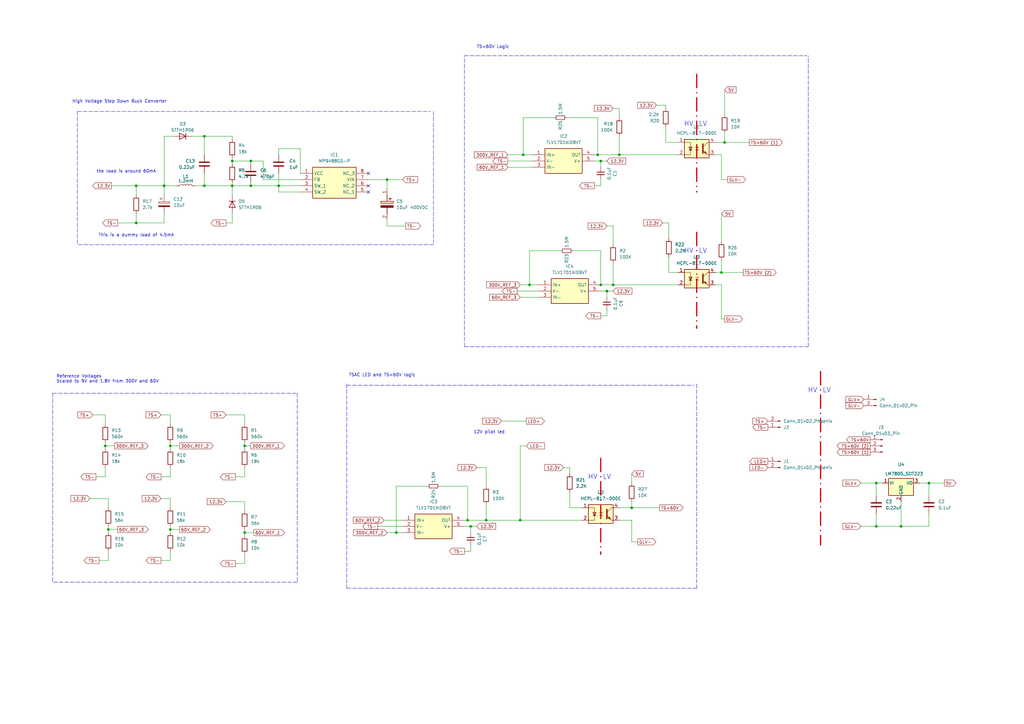
<source format=kicad_sch>
(kicad_sch (version 20250114) (generator "eeschema") (generator_version "9.0")
  (paper "A3")
  (title_block (comment 1 "Author: Keelan Reilly"))
  (text "LV" (at 250.698 196.85 0) (effects (font (size 2 2)) (justify right bottom)))
  (text "LV" (at 290.068 52.07 0) (effects (font (size 2 2)) (justify right bottom)))
  (text "TSAC LED and TS<60V logic" (at 156.718 153.924 0) (effects (font (size 1.27 1.27))))
  (text "Reference Voltages\nScaled to 9V and 1.8V from 300V and 60V" (at 23.114 155.448 0) (effects (font (size 1.27 1.27)) (justify left)))
  (text "HV\n" (at 245.11 196.85 0) (effects (font (size 2 2)) (justify right bottom)))
  (text "HV\n" (at 284.48 104.14 0) (effects (font (size 2 2)) (justify right bottom)))
  (text "12V pilot led" (at 200.66 177.292 0) (effects (font (size 1.27 1.27))))
  (text "HV\n" (at 284.48 52.07 0) (effects (font (size 2 2)) (justify right bottom)))
  (text "the load is around 60mA" (at 51.816 70.358 0) (effects (font (size 1.27 1.27))))
  (text "LV" (at 290.068 104.14 0) (effects (font (size 2 2)) (justify right bottom)))
  (text "HV\n" (at 335.28 161.29 0) (effects (font (size 2 2)) (justify right bottom)))
  (text "High Voltage Step Down Buck Converter" (at 49.022 41.656 0) (effects (font (size 1.27 1.27))))
  (text "LV" (at 340.868 161.29 0) (effects (font (size 2 2)) (justify right bottom)))
  (text "This is a dummy load of 4.5mA" (at 55.88 96.52 0) (effects (font (size 1.27 1.27))))
  (text "TS>60V Logic" (at 202.184 19.304 0) (effects (font (size 1.27 1.27))))
  (junction (at 95.25 76.2))
  (junction (at 259.08 208.28))
  (junction (at 213.36 213.36))
  (junction (at 102.87 66.04))
  (junction (at 55.88 76.2))
  (junction (at 69.85 217.17))
  (junction (at 246.38 66.04))
  (junction (at 217.17 116.84))
  (junction (at 67.31 76.2))
  (junction (at 191.77 213.36))
  (junction (at 359.41 215.9))
  (junction (at 44.45 217.17))
  (junction (at 369.57 215.9))
  (junction (at 100.33 182.88))
  (junction (at 158.75 73.66))
  (junction (at 162.56 218.44))
  (junction (at 114.3 76.2))
  (junction (at 102.87 76.2))
  (junction (at 254 63.5))
  (junction (at 193.04 215.9))
  (junction (at 83.82 55.88))
  (junction (at 246.38 116.84))
  (junction (at 214.63 63.5))
  (junction (at 295.91 111.76))
  (junction (at 100.33 218.44))
  (junction (at 251.46 116.84))
  (junction (at 83.82 76.2))
  (junction (at 248.92 119.38))
  (junction (at 381 198.12))
  (junction (at 69.85 182.88))
  (junction (at 43.18 182.88))
  (junction (at 245.11 63.5))
  (junction (at 95.25 66.04))
  (junction (at 55.88 91.44))
  (junction (at 359.41 198.12))
  (junction (at 199.39 213.36))
  (junction (at 297.18 58.42))
  (no_connect (at 151.13 76.2))
  (no_connect (at 151.13 78.74))
  (no_connect (at 151.13 71.12))
  (polyline (pts (xy 21.59 161.29) (xy 21.59 238.76)) (stroke (width 0) (type dash)))
  (wire (pts (xy 259.08 222.25) (xy 259.08 213.36)))
  (wire (pts (xy 158.75 73.66) (xy 158.75 77.47)))
  (wire (pts (xy 83.82 63.5) (xy 83.82 55.88)))
  (wire (pts (xy 208.28 68.58) (xy 218.44 68.58)))
  (wire (pts (xy 297.18 130.81) (xy 295.91 130.81)))
  (wire (pts (xy 44.45 204.47) (xy 44.45 208.28)))
  (wire (pts (xy 100.33 181.61) (xy 100.33 182.88)))
  (wire (pts (xy 248.92 119.38) (xy 248.92 121.92)))
  (wire (pts (xy 151.13 73.66) (xy 158.75 73.66)))
  (wire (pts (xy 175.26 199.39) (xy 162.56 199.39)))
  (wire (pts (xy 45.72 76.2) (xy 55.88 76.2)))
  (wire (pts (xy 273.05 58.42) (xy 278.13 58.42)))
  (wire (pts (xy 114.3 71.12) (xy 114.3 76.2)))
  (wire (pts (xy 114.3 60.96) (xy 114.3 63.5)))
  (wire (pts (xy 213.36 213.36) (xy 238.76 213.36)))
  (wire (pts (xy 191.77 213.36) (xy 199.39 213.36)))
  (wire (pts (xy 243.84 76.2) (xy 246.38 76.2)))
  (wire (pts (xy 95.25 76.2) (xy 83.82 76.2)))
  (wire (pts (xy 248.92 119.38) (xy 251.46 119.38)))
  (polyline (pts (xy 31.75 45.72) (xy 176.53 45.72)) (stroke (width 0) (type dash)))
  (wire (pts (xy 95.25 66.04) (xy 102.87 66.04)))
  (polyline (pts (xy 285.75 30.48) (xy 285.75 78.74)) (stroke (width 0.5) (type dash_dot) (color 205 0 0 1)))
  (wire (pts (xy 80.01 76.2) (xy 83.82 76.2)))
  (wire (pts (xy 69.85 226.06) (xy 69.85 229.87)))
  (wire (pts (xy 55.88 76.2) (xy 55.88 80.01)))
  (polyline (pts (xy 190.5 142.24) (xy 331.47 142.24)) (stroke (width 0) (type dash)))
  (wire (pts (xy 251.46 92.71) (xy 251.46 100.33)))
  (wire (pts (xy 67.31 76.2) (xy 67.31 55.88)))
  (wire (pts (xy 254 44.45) (xy 254 48.26)))
  (wire (pts (xy 36.83 204.47) (xy 44.45 204.47)))
  (wire (pts (xy 44.45 217.17) (xy 44.45 218.44)))
  (wire (pts (xy 208.28 66.04) (xy 218.44 66.04)))
  (wire (pts (xy 251.46 116.84) (xy 278.13 116.84)))
  (wire (pts (xy 69.85 215.9) (xy 69.85 217.17)))
  (wire (pts (xy 213.36 182.88) (xy 213.36 213.36)))
  (wire (pts (xy 190.5 215.9) (xy 193.04 215.9)))
  (wire (pts (xy 298.45 73.66) (xy 295.91 73.66)))
  (wire (pts (xy 273.05 52.07) (xy 273.05 58.42)))
  (wire (pts (xy 78.74 55.88) (xy 83.82 55.88)))
  (wire (pts (xy 259.08 205.74) (xy 259.08 208.28)))
  (wire (pts (xy 43.18 181.61) (xy 43.18 182.88)))
  (polyline (pts (xy 121.92 161.29) (xy 121.92 238.76)) (stroke (width 0) (type dash)))
  (wire (pts (xy 199.39 213.36) (xy 213.36 213.36)))
  (wire (pts (xy 245.11 48.26) (xy 245.11 63.5)))
  (wire (pts (xy 193.04 215.9) (xy 195.58 215.9)))
  (wire (pts (xy 100.33 205.74) (xy 100.33 209.55)))
  (wire (pts (xy 191.77 199.39) (xy 191.77 213.36)))
  (wire (pts (xy 107.95 73.66) (xy 107.95 66.04)))
  (wire (pts (xy 251.46 44.45) (xy 254 44.45)))
  (wire (pts (xy 67.31 55.88) (xy 71.12 55.88)))
  (wire (pts (xy 100.33 218.44) (xy 100.33 219.71)))
  (polyline (pts (xy 31.75 45.72) (xy 31.75 100.33)) (stroke (width 0) (type dash)))
  (wire (pts (xy 55.88 87.63) (xy 55.88 91.44)))
  (wire (pts (xy 213.36 121.92) (xy 220.98 121.92)))
  (polyline (pts (xy 285.75 157.48) (xy 285.75 241.3)) (stroke (width 0) (type dash)))
  (polyline (pts (xy 121.92 238.76) (xy 21.59 238.76)) (stroke (width 0) (type dash)))
  (wire (pts (xy 295.91 116.84) (xy 295.91 130.81)))
  (wire (pts (xy 95.25 91.44) (xy 95.25 87.63)))
  (wire (pts (xy 180.34 199.39) (xy 191.77 199.39)))
  (wire (pts (xy 43.18 170.18) (xy 43.18 173.99)))
  (wire (pts (xy 100.33 227.33) (xy 100.33 231.14)))
  (polyline (pts (xy 177.8 45.72) (xy 177.8 100.33)) (stroke (width 0) (type dash)))
  (wire (pts (xy 69.85 170.18) (xy 69.85 173.99)))
  (wire (pts (xy 295.91 111.76) (xy 304.8 111.76)))
  (wire (pts (xy 66.04 229.87) (xy 69.85 229.87)))
  (wire (pts (xy 190.5 226.06) (xy 193.04 226.06)))
  (wire (pts (xy 369.57 205.74) (xy 369.57 215.9)))
  (wire (pts (xy 67.31 80.01) (xy 67.31 76.2)))
  (wire (pts (xy 102.87 182.88) (xy 100.33 182.88)))
  (wire (pts (xy 123.19 73.66) (xy 107.95 73.66)))
  (wire (pts (xy 297.18 36.83) (xy 297.18 46.99)))
  (wire (pts (xy 246.38 116.84) (xy 251.46 116.84)))
  (wire (pts (xy 233.68 208.28) (xy 238.76 208.28)))
  (wire (pts (xy 39.37 195.58) (xy 43.18 195.58)))
  (wire (pts (xy 114.3 78.74) (xy 114.3 76.2)))
  (wire (pts (xy 66.04 204.47) (xy 69.85 204.47)))
  (wire (pts (xy 100.33 170.18) (xy 100.33 173.99)))
  (wire (pts (xy 48.26 91.44) (xy 55.88 91.44)))
  (wire (pts (xy 293.37 58.42) (xy 297.18 58.42)))
  (wire (pts (xy 295.91 63.5) (xy 293.37 63.5)))
  (wire (pts (xy 233.68 201.93) (xy 233.68 208.28)))
  (wire (pts (xy 69.85 181.61) (xy 69.85 182.88)))
  (wire (pts (xy 251.46 107.95) (xy 251.46 116.84)))
  (wire (pts (xy 69.85 217.17) (xy 73.66 217.17)))
  (wire (pts (xy 295.91 106.68) (xy 295.91 111.76)))
  (wire (pts (xy 123.19 60.96) (xy 123.19 71.12)))
  (wire (pts (xy 190.5 213.36) (xy 191.77 213.36)))
  (wire (pts (xy 359.41 215.9) (xy 369.57 215.9)))
  (wire (pts (xy 195.58 191.77) (xy 199.39 191.77)))
  (wire (pts (xy 246.38 66.04) (xy 248.92 66.04)))
  (wire (pts (xy 66.04 170.18) (xy 69.85 170.18)))
  (wire (pts (xy 261.62 222.25) (xy 259.08 222.25)))
  (wire (pts (xy 248.92 92.71) (xy 251.46 92.71)))
  (wire (pts (xy 213.36 116.84) (xy 217.17 116.84)))
  (polyline (pts (xy 336.55 152.4) (xy 336.55 223.52)) (stroke (width 0.5) (type dash_dot) (color 205 0 0 1)))
  (wire (pts (xy 233.68 191.77) (xy 233.68 194.31)))
  (wire (pts (xy 44.45 217.17) (xy 48.26 217.17)))
  (wire (pts (xy 271.78 91.44) (xy 274.32 91.44)))
  (wire (pts (xy 259.08 194.31) (xy 259.08 198.12)))
  (wire (pts (xy 66.04 195.58) (xy 69.85 195.58)))
  (wire (pts (xy 259.08 208.28) (xy 270.51 208.28)))
  (wire (pts (xy 229.87 102.87) (xy 217.17 102.87)))
  (wire (pts (xy 254 208.28) (xy 259.08 208.28)))
  (wire (pts (xy 72.39 76.2) (xy 67.31 76.2)))
  (wire (pts (xy 38.1 170.18) (xy 43.18 170.18)))
  (wire (pts (xy 254 55.88) (xy 254 63.5)))
  (wire (pts (xy 83.82 71.12) (xy 83.82 76.2)))
  (wire (pts (xy 377.19 198.12) (xy 381 198.12)))
  (wire (pts (xy 102.87 76.2) (xy 114.3 76.2)))
  (wire (pts (xy 67.31 91.44) (xy 67.31 87.63)))
  (wire (pts (xy 102.87 66.04) (xy 107.95 66.04)))
  (wire (pts (xy 162.56 218.44) (xy 165.1 218.44)))
  (wire (pts (xy 214.63 63.5) (xy 218.44 63.5)))
  (polyline (pts (xy 190.5 142.24) (xy 190.5 22.86)) (stroke (width 0) (type dash)))
  (wire (pts (xy 269.24 43.18) (xy 273.05 43.18)))
  (wire (pts (xy 83.82 55.88) (xy 95.25 55.88)))
  (wire (pts (xy 199.39 191.77) (xy 199.39 199.39)))
  (wire (pts (xy 227.33 48.26) (xy 214.63 48.26)))
  (wire (pts (xy 95.25 64.77) (xy 95.25 66.04)))
  (wire (pts (xy 297.18 58.42) (xy 307.34 58.42)))
  (wire (pts (xy 295.91 63.5) (xy 295.91 73.66)))
  (wire (pts (xy 55.88 91.44) (xy 67.31 91.44)))
  (wire (pts (xy 217.17 102.87) (xy 217.17 116.84)))
  (wire (pts (xy 193.04 215.9) (xy 193.04 218.44)))
  (wire (pts (xy 205.74 172.72) (xy 215.9 172.72)))
  (wire (pts (xy 274.32 105.41) (xy 274.32 111.76)))
  (wire (pts (xy 193.04 226.06) (xy 193.04 223.52)))
  (wire (pts (xy 246.38 66.04) (xy 246.38 68.58)))
  (wire (pts (xy 381 215.9) (xy 369.57 215.9)))
  (wire (pts (xy 69.85 182.88) (xy 73.66 182.88)))
  (polyline (pts (xy 177.8 100.33) (xy 31.75 100.33)) (stroke (width 0) (type dash)))
  (wire (pts (xy 43.18 182.88) (xy 43.18 184.15)))
  (wire (pts (xy 212.09 119.38) (xy 220.98 119.38)))
  (wire (pts (xy 166.37 92.71) (xy 158.75 92.71)))
  (wire (pts (xy 359.41 198.12) (xy 359.41 203.2)))
  (wire (pts (xy 359.41 210.82) (xy 359.41 215.9)))
  (wire (pts (xy 381 198.12) (xy 387.35 198.12)))
  (wire (pts (xy 246.38 129.54) (xy 248.92 129.54)))
  (wire (pts (xy 44.45 226.06) (xy 44.45 229.87)))
  (wire (pts (xy 353.06 198.12) (xy 359.41 198.12)))
  (wire (pts (xy 234.95 102.87) (xy 246.38 102.87)))
  (wire (pts (xy 96.52 195.58) (xy 100.33 195.58)))
  (wire (pts (xy 215.9 182.88) (xy 213.36 182.88)))
  (wire (pts (xy 69.85 217.17) (xy 69.85 218.44)))
  (wire (pts (xy 43.18 182.88) (xy 46.99 182.88)))
  (wire (pts (xy 254 63.5) (xy 278.13 63.5)))
  (wire (pts (xy 199.39 207.01) (xy 199.39 213.36)))
  (polyline (pts (xy 142.24 157.48) (xy 142.24 241.3)) (stroke (width 0) (type dash)))
  (wire (pts (xy 96.52 231.14) (xy 100.33 231.14)))
  (wire (pts (xy 100.33 217.17) (xy 100.33 218.44)))
  (wire (pts (xy 92.71 170.18) (xy 100.33 170.18)))
  (wire (pts (xy 100.33 218.44) (xy 104.14 218.44)))
  (wire (pts (xy 100.33 191.77) (xy 100.33 195.58)))
  (wire (pts (xy 246.38 119.38) (xy 248.92 119.38)))
  (wire (pts (xy 259.08 213.36) (xy 254 213.36)))
  (polyline (pts (xy 331.47 142.24) (xy 331.47 22.86)) (stroke (width 0) (type dash)))
  (wire (pts (xy 95.25 76.2) (xy 95.25 74.93)))
  (wire (pts (xy 243.84 63.5) (xy 245.11 63.5)))
  (wire (pts (xy 246.38 102.87) (xy 246.38 116.84)))
  (wire (pts (xy 69.85 191.77) (xy 69.85 195.58)))
  (wire (pts (xy 293.37 116.84) (xy 295.91 116.84)))
  (wire (pts (xy 359.41 198.12) (xy 361.95 198.12)))
  (wire (pts (xy 100.33 182.88) (xy 100.33 184.15)))
  (wire (pts (xy 274.32 91.44) (xy 274.32 97.79)))
  (polyline (pts (xy 285.75 241.3) (xy 142.24 241.3)) (stroke (width 0) (type dash)))
  (wire (pts (xy 43.18 191.77) (xy 43.18 195.58)))
  (wire (pts (xy 95.25 76.2) (xy 95.25 80.01)))
  (wire (pts (xy 231.14 191.77) (xy 233.68 191.77)))
  (wire (pts (xy 381 210.82) (xy 381 215.9)))
  (wire (pts (xy 95.25 55.88) (xy 95.25 57.15)))
  (wire (pts (xy 92.71 91.44) (xy 95.25 91.44)))
  (polyline (pts (xy 21.59 161.29) (xy 121.92 161.29)) (stroke (width 0) (type dash)))
  (wire (pts (xy 245.11 63.5) (xy 254 63.5)))
  (wire (pts (xy 69.85 204.47) (xy 69.85 208.28)))
  (wire (pts (xy 217.17 116.84) (xy 220.98 116.84)))
  (wire (pts (xy 154.94 215.9) (xy 165.1 215.9)))
  (wire (pts (xy 158.75 92.71) (xy 158.75 90.17)))
  (wire (pts (xy 95.25 76.2) (xy 102.87 76.2)))
  (wire (pts (xy 44.45 215.9) (xy 44.45 217.17)))
  (wire (pts (xy 248.92 129.54) (xy 248.92 127)))
  (wire (pts (xy 114.3 78.74) (xy 123.19 78.74)))
  (wire (pts (xy 92.71 205.74) (xy 100.33 205.74)))
  (wire (pts (xy 162.56 199.39) (xy 162.56 218.44)))
  (polyline (pts (xy 246.38 187.96) (xy 246.38 227.33)) (stroke (width 0.5) (type dash_dot) (color 205 0 0 1)))
  (wire (pts (xy 69.85 182.88) (xy 69.85 184.15)))
  (wire (pts (xy 232.41 48.26) (xy 245.11 48.26)))
  (wire (pts (xy 295.91 87.63) (xy 295.91 99.06)))
  (wire (pts (xy 214.63 48.26) (xy 214.63 63.5)))
  (wire (pts (xy 102.87 74.93) (xy 102.87 76.2)))
  (wire (pts (xy 157.48 213.36) (xy 165.1 213.36)))
  (wire (pts (xy 273.05 43.18) (xy 273.05 44.45)))
  (polyline (pts (xy 190.5 22.86) (xy 330.962 22.86)) (stroke (width 0) (type dash)))
  (wire (pts (xy 243.84 66.04) (xy 246.38 66.04)))
  (wire (pts (xy 102.87 66.04) (xy 102.87 67.31)))
  (wire (pts (xy 381 198.12) (xy 381 203.2)))
  (wire (pts (xy 114.3 76.2) (xy 123.19 76.2)))
  (wire (pts (xy 55.88 76.2) (xy 67.31 76.2)))
  (wire (pts (xy 40.64 229.87) (xy 44.45 229.87)))
  (wire (pts (xy 208.28 63.5) (xy 214.63 63.5)))
  (wire (pts (xy 274.32 111.76) (xy 278.13 111.76)))
  (polyline (pts (xy 142.24 157.988) (xy 284.48 157.988)) (stroke (width 0) (type dash)))
  (polyline (pts (xy 285.75 95.25) (xy 285.75 134.62)) (stroke (width 0.5) (type dash_dot) (color 205 0 0 1)))
  (wire (pts (xy 114.3 60.96) (xy 123.19 60.96)))
  (wire (pts (xy 95.25 66.04) (xy 95.25 67.31)))
  (wire (pts (xy 158.75 73.66) (xy 165.1 73.66)))
  (wire (pts (xy 293.37 111.76) (xy 295.91 111.76)))
  (wire (pts (xy 158.75 218.44) (xy 162.56 218.44)))
  (wire (pts (xy 246.38 76.2) (xy 246.38 73.66)))
  (wire (pts (xy 297.18 54.61) (xy 297.18 58.42)))
  (wire (pts (xy 353.06 215.9) (xy 359.41 215.9)))
  (global_label "TS>60V (1)" (shape output) (at 307.34 58.42 0) (property "Intersheetrefs" "${INTERSHEET_REFS}" (effects (hide yes))))
  (global_label "TS-" (shape output) (at 246.38 129.54 180) (property "Intersheetrefs" "${INTERSHEET_REFS}" (effects (hide yes))))
  (global_label "GLV+" (shape input) (at 354.33 163.83 180) (property "Intersheetrefs" "${INTERSHEET_REFS}" (effects (hide yes))))
  (global_label "300V_REF_1" (shape input) (at 208.28 63.5 180) (property "Intersheetrefs" "${INTERSHEET_REFS}" (effects (hide yes))))
  (global_label "TS<60V" (shape output) (at 270.51 208.28 0) (property "Intersheetrefs" "${INTERSHEET_REFS}" (effects (hide yes))))
  (global_label "TS>60V (2)" (shape output) (at 356.87 182.88 180) (property "Intersheetrefs" "${INTERSHEET_REFS}" (effects (hide yes))))
  (global_label "60V_REF_1" (shape input) (at 208.28 68.58 180) (property "Intersheetrefs" "${INTERSHEET_REFS}" (effects (hide yes))))
  (global_label "5V" (shape input) (at 297.18 36.83 0) (property "Intersheetrefs" "${INTERSHEET_REFS}" (effects (hide yes))))
  (global_label "12.3V" (shape input) (at 251.46 44.45 180) (property "Intersheetrefs" "${INTERSHEET_REFS}" (effects (hide yes))))
  (global_label "12.3V" (shape input) (at 36.83 204.47 180) (property "Intersheetrefs" "${INTERSHEET_REFS}" (effects (hide yes))))
  (global_label "60V_REF_3" (shape input) (at 213.36 121.92 180) (property "Intersheetrefs" "${INTERSHEET_REFS}" (effects (hide yes))))
  (global_label "300V_REF_2" (shape input) (at 158.75 218.44 180) (property "Intersheetrefs" "${INTERSHEET_REFS}" (effects (hide yes))))
  (global_label "GLV+" (shape input) (at 353.06 198.12 180) (property "Intersheetrefs" "${INTERSHEET_REFS}" (effects (hide yes))))
  (global_label "12.3V" (shape input) (at 195.58 191.77 180) (property "Intersheetrefs" "${INTERSHEET_REFS}" (effects (hide yes))))
  (global_label "TS+" (shape input) (at 38.1 170.18 180) (property "Intersheetrefs" "${INTERSHEET_REFS}" (effects (hide yes))))
  (global_label "TS-" (shape output) (at 66.04 195.58 180) (property "Intersheetrefs" "${INTERSHEET_REFS}" (effects (hide yes))))
  (global_label "TS-" (shape output) (at 39.37 195.58 180) (property "Intersheetrefs" "${INTERSHEET_REFS}" (effects (hide yes))))
  (global_label "TS>60V (1)" (shape output) (at 356.87 185.42 180) (property "Intersheetrefs" "${INTERSHEET_REFS}" (effects (hide yes))))
  (global_label "TS+" (shape input) (at 165.1 73.66 0) (property "Intersheetrefs" "${INTERSHEET_REFS}" (effects (hide yes))))
  (global_label "5V" (shape output) (at 387.35 198.12 0) (property "Intersheetrefs" "${INTERSHEET_REFS}" (effects (hide yes))))
  (global_label "60V_REF_1" (shape output) (at 104.14 218.44 0) (property "Intersheetrefs" "${INTERSHEET_REFS}" (effects (hide yes))))
  (global_label "12.3V" (shape input) (at 66.04 204.47 180) (property "Intersheetrefs" "${INTERSHEET_REFS}" (effects (hide yes))))
  (global_label "12.3V" (shape input) (at 195.58 215.9 0) (property "Intersheetrefs" "${INTERSHEET_REFS}" (effects (hide yes))))
  (global_label "TS-" (shape output) (at 66.04 229.87 180) (property "Intersheetrefs" "${INTERSHEET_REFS}" (effects (hide yes))))
  (global_label "TS-" (shape output) (at 243.84 76.2 180) (property "Intersheetrefs" "${INTERSHEET_REFS}" (effects (hide yes))))
  (global_label "12.3V" (shape input) (at 269.24 43.18 180) (property "Intersheetrefs" "${INTERSHEET_REFS}" (effects (hide yes))))
  (global_label "LED+" (shape output) (at 215.9 172.72 0) (property "Intersheetrefs" "${INTERSHEET_REFS}" (effects (hide yes))))
  (global_label "TS+" (shape input) (at 66.04 170.18 180) (property "Intersheetrefs" "${INTERSHEET_REFS}" (effects (hide yes))))
  (global_label "TS-" (shape output) (at 314.96 175.26 180) (property "Intersheetrefs" "${INTERSHEET_REFS}" (effects (hide yes))))
  (global_label "LED-" (shape input) (at 215.9 182.88 0) (property "Intersheetrefs" "${INTERSHEET_REFS}" (effects (hide yes))))
  (global_label "GLV-" (shape output) (at 297.18 130.81 0) (property "Intersheetrefs" "${INTERSHEET_REFS}" (effects (hide yes))))
  (global_label "12.3V" (shape input) (at 92.71 205.74 180) (property "Intersheetrefs" "${INTERSHEET_REFS}" (effects (hide yes))))
  (global_label "TS-" (shape output) (at 92.71 91.44 180) (property "Intersheetrefs" "${INTERSHEET_REFS}" (effects (hide yes))))
  (global_label "12.3V" (shape output) (at 45.72 76.2 180) (property "Intersheetrefs" "${INTERSHEET_REFS}" (effects (hide yes))))
  (global_label "12.3V" (shape input) (at 251.46 119.38 0) (property "Intersheetrefs" "${INTERSHEET_REFS}" (effects (hide yes))))
  (global_label "300V_REF_3" (shape input) (at 213.36 116.84 180) (property "Intersheetrefs" "${INTERSHEET_REFS}" (effects (hide yes))))
  (global_label "TS-" (shape output) (at 166.37 92.71 0) (property "Intersheetrefs" "${INTERSHEET_REFS}" (effects (hide yes))))
  (global_label "60V_REF_2" (shape output) (at 73.66 217.17 0) (property "Intersheetrefs" "${INTERSHEET_REFS}" (effects (hide yes))))
  (global_label "300V_REF_3" (shape output) (at 46.99 182.88 0) (property "Intersheetrefs" "${INTERSHEET_REFS}" (effects (hide yes))))
  (global_label "TS-" (shape output) (at 40.64 229.87 180) (property "Intersheetrefs" "${INTERSHEET_REFS}" (effects (hide yes))))
  (global_label "5V" (shape input) (at 295.91 87.63 0) (property "Intersheetrefs" "${INTERSHEET_REFS}" (effects (hide yes))))
  (global_label "60V_REF_3" (shape output) (at 48.26 217.17 0) (property "Intersheetrefs" "${INTERSHEET_REFS}" (effects (hide yes))))
  (global_label "TS<60V" (shape output) (at 356.87 180.34 180) (property "Intersheetrefs" "${INTERSHEET_REFS}" (effects (hide yes))))
  (global_label "TS-" (shape output) (at 96.52 231.14 180) (property "Intersheetrefs" "${INTERSHEET_REFS}" (effects (hide yes))))
  (global_label "LED-" (shape input) (at 314.96 191.77 180) (property "Intersheetrefs" "${INTERSHEET_REFS}" (effects (hide yes))))
  (global_label "300V_REF_2" (shape output) (at 73.66 182.88 0) (property "Intersheetrefs" "${INTERSHEET_REFS}" (effects (hide yes))))
  (global_label "TS-" (shape output) (at 208.28 66.04 180) (property "Intersheetrefs" "${INTERSHEET_REFS}" (effects (hide yes))))
  (global_label "GLV-" (shape input) (at 353.06 215.9 180) (property "Intersheetrefs" "${INTERSHEET_REFS}" (effects (hide yes))))
  (global_label "TS-" (shape output) (at 154.94 215.9 180) (property "Intersheetrefs" "${INTERSHEET_REFS}" (effects (hide yes))))
  (global_label "TS-" (shape output) (at 190.5 226.06 180) (property "Intersheetrefs" "${INTERSHEET_REFS}" (effects (hide yes))))
  (global_label "GLV-" (shape output) (at 261.62 222.25 0) (property "Intersheetrefs" "${INTERSHEET_REFS}" (effects (hide yes))))
  (global_label "60V_REF_2" (shape input) (at 157.48 213.36 180) (property "Intersheetrefs" "${INTERSHEET_REFS}" (effects (hide yes))))
  (global_label "GLV-" (shape input) (at 354.33 166.37 180) (property "Intersheetrefs" "${INTERSHEET_REFS}" (effects (hide yes))))
  (global_label "GLV-" (shape output) (at 298.45 73.66 0) (property "Intersheetrefs" "${INTERSHEET_REFS}" (effects (hide yes))))
  (global_label "TS+" (shape input) (at 314.96 172.72 180) (property "Intersheetrefs" "${INTERSHEET_REFS}" (effects (hide yes))))
  (global_label "12.3V" (shape input) (at 248.92 66.04 0) (property "Intersheetrefs" "${INTERSHEET_REFS}" (effects (hide yes))))
  (global_label "TS-" (shape output) (at 48.26 91.44 180) (property "Intersheetrefs" "${INTERSHEET_REFS}" (effects (hide yes))))
  (global_label "12.3V" (shape input) (at 205.74 172.72 180) (property "Intersheetrefs" "${INTERSHEET_REFS}" (effects (hide yes))))
  (global_label "LED+" (shape output) (at 314.96 189.23 180) (property "Intersheetrefs" "${INTERSHEET_REFS}" (effects (hide yes))))
  (global_label "12.3V" (shape input) (at 248.92 92.71 180) (property "Intersheetrefs" "${INTERSHEET_REFS}" (effects (hide yes))))
  (global_label "TS+" (shape input) (at 92.71 170.18 180) (property "Intersheetrefs" "${INTERSHEET_REFS}" (effects (hide yes))))
  (global_label "300V_REF_1" (shape output) (at 102.87 182.88 0) (property "Intersheetrefs" "${INTERSHEET_REFS}" (effects (hide yes))))
  (global_label "TS>60V (2)" (shape output) (at 304.8 111.76 0) (property "Intersheetrefs" "${INTERSHEET_REFS}" (effects (hide yes))))
  (global_label "TS-" (shape output) (at 212.09 119.38 180) (property "Intersheetrefs" "${INTERSHEET_REFS}" (effects (hide yes))))
  (global_label "12.3V" (shape input) (at 231.14 191.77 180) (property "Intersheetrefs" "${INTERSHEET_REFS}" (effects (hide yes))))
  (global_label "5V" (shape input) (at 259.08 194.31 0) (property "Intersheetrefs" "${INTERSHEET_REFS}" (effects (hide yes))))
  (global_label "12.3V" (shape input) (at 271.78 91.44 180) (property "Intersheetrefs" "${INTERSHEET_REFS}" (effects (hide yes))))
  (global_label "TS-" (shape output) (at 96.52 195.58 180) (property "Intersheetrefs" "${INTERSHEET_REFS}" (effects (hide yes))))
  (symbol (lib_id "Device:C_Small") (at 193.04 220.98 0) (mirror y) (unit 1)
    (property "Reference" "C7" (at 198.8566 220.98 90))
    (property "Value" "0.1uF" (at 196.5452 220.98 90))
    (property "Footprint" "FA14_Capacitor:FA18X7R1H104KNU00" (effects (hide yes)))
    (property "Datasheet" "https://www.farnell.com/datasheets/2923220.pdf" (effects (hide yes)))
    (property "Part number" "FA18X7R1H104KNU00" (effects (hide yes)))
  )
  (symbol (lib_id "Device:R") (at 44.45 222.25 0) (unit 1)
    (property "Reference" "R16" (at 46.99 220.9799 0) (effects (justify left)))
    (property "Value" "10k" (at 46.99 223.5199 0) (effects (justify left)))
    (property "Footprint" "Resistor_THT:R_Axial_DIN0207_L6.3mm_D2.5mm_P10.16mm_Horizontal" (effects (hide yes)))
    (property "Datasheet" "https://www.farnell.com/datasheets/3436052.pdf?_gl=1*1pxxutc*_gcl_au*OTY1ODIxNDc3LjE3MzU0MDg2OTk" (effects (hide yes)))
    (property "Description" "Resistor" (effects (hide yes)))
    (property "Part number" "MCF 0.25W 10K" (effects (hide yes)))
  )
  (symbol (lib_id "Device:R") (at 259.08 201.93 0) (unit 1)
    (property "Reference" "R27" (at 261.62 200.6599 0) (effects (justify left)))
    (property "Value" "10K" (at 261.62 203.1999 0) (effects (justify left)))
    (property "Footprint" "Resistor_THT:R_Axial_DIN0207_L6.3mm_D2.5mm_P10.16mm_Horizontal" (effects (hide yes)))
    (property "Datasheet" "https://www.farnell.com/datasheets/3436052.pdf?_gl=1*1pxxutc*_gcl_au*OTY1ODIxNDc3LjE3MzU0MDg2OTk" (effects (hide yes)))
    (property "Description" "Resistor" (effects (hide yes)))
    (property "Part number" "MCF 0.25W 10K" (effects (hide yes)))
  )
  (symbol (lib_id "Device:D") (at 95.25 83.82 270) (unit 1)
    (property "Reference" "D5" (at 97.79 82.5499 90) (effects (justify left)))
    (property "Value" "STTH1R06" (at 97.79 85.0899 90) (effects (justify left)))
    (property "Footprint" "Diode_THT:D_DO-41_SOD81_P10.16mm_Horizontal" (effects (hide yes)))
    (property "Datasheet" "https://www.mouser.ie/datasheet/2/389/stth1r06-1851882.pdf" (effects (hide yes)))
    (property "Description" "600V, Ultra Fast Recovery Rectifiers" (effects (hide yes)))
    (property "Sim.Device" "D" (effects (hide yes)))
    (property "Sim.Pins" "1=K 2=A" (effects (hide yes)))
    (property "Part number" "STTH1R06" (effects (hide yes)))
  )
  (symbol (lib_id "Device:R") (at 95.25 71.12 0) (unit 1)
    (property "Reference" "R5" (at 97.79 69.8499 0) (effects (justify left)))
    (property "Value" "4.7k" (at 97.79 72.3899 0) (effects (justify left)))
    (property "Footprint" "Resistor_THT:R_Axial_DIN0207_L6.3mm_D2.5mm_P10.16mm_Horizontal" (effects (hide yes)))
    (property "Datasheet" "https://www.farnell.com/datasheets/3436052.pdf?_gl=1*1pxxutc*_gcl_au*OTY1ODIxNDc3LjE3MzU0MDg2OTk" (effects (hide yes)))
    (property "Description" "Resistor" (effects (hide yes)))
    (property "Part number" "MCF 0.25W 4.7K" (effects (hide yes)))
  )
  (symbol (lib_id "Device:C") (at 114.3 67.31 0) (unit 1)
    (property "Reference" "C4" (at 118.618 66.04 0) (effects (justify left)))
    (property "Value" "1uF" (at 118.618 68.58 0) (effects (justify left)))
    (property "Footprint" "FA14_Capacitor:FA18X7R1H104KNU00" (effects (hide yes)))
    (property "Datasheet" "https://www.farnell.com/datasheets/2923220.pdf" (effects (hide yes)))
    (property "Description" "Unpolarized capacitor" (effects (hide yes)))
    (property "Part number" "FA18X7R1E105KRU00" (effects (hide yes)))
  )
  (symbol (lib_id "Device:D") (at 74.93 55.88 180) (unit 1)
    (property "Reference" "D3" (at 74.93 50.8 0))
    (property "Value" "STTH1R06" (at 74.93 53.34 0))
    (property "Footprint" "Diode_THT:D_DO-41_SOD81_P10.16mm_Horizontal" (effects (hide yes)))
    (property "Datasheet" "https://www.mouser.ie/datasheet/2/389/stth1r06-1851882.pdf" (effects (hide yes)))
    (property "Description" "600V, Ultra Fast Recovery Rectifiers" (effects (hide yes)))
    (property "Sim.Device" "D" (effects (hide yes)))
    (property "Sim.Pins" "1=K 2=A" (effects (hide yes)))
    (property "Part number" "STTH1R06" (effects (hide yes)))
  )
  (symbol (lib_id "Device:C") (at 102.87 71.12 0) (unit 1)
    (property "Reference" "C6" (at 106.68 69.8499 0) (effects (justify left)))
    (property "Value" "470pF" (at 106.68 72.3899 0) (effects (justify left)))
    (property "Footprint" "FA14_Capacitor:FA18X7R1H104KNU00" (effects (hide yes)))
    (property "Datasheet" "https://www.farnell.com/datasheets/2923220.pdf" (effects (hide yes)))
    (property "Description" "Unpolarized capacitor" (effects (hide yes)))
    (property "Part number" "FA18C0G1H471JNU00" (effects (hide yes)))
  )
  (symbol (lib_id "Device:R") (at 199.39 203.2 0) (unit 1)
    (property "Reference" "R3" (at 201.93 201.9299 0) (effects (justify left)))
    (property "Value" "100K" (at 201.93 204.4699 0) (effects (justify left)))
    (property "Footprint" "Resistor_THT:R_Axial_DIN0207_L6.3mm_D2.5mm_P10.16mm_Horizontal" (effects (hide yes)))
    (property "Datasheet" "https://www.farnell.com/datasheets/3436052.pdf?_gl=1*1pxxutc*_gcl_au*OTY1ODIxNDc3LjE3MzU0MDg2OTk" (effects (hide yes)))
    (property "Description" "Resistor" (effects (hide yes)))
    (property "Part number" "MCF 0.25W 100K" (effects (hide yes)))
  )
  (symbol (lib_id "Device:R") (at 69.85 222.25 0) (unit 1)
    (property "Reference" "R12" (at 72.39 220.9799 0) (effects (justify left)))
    (property "Value" "10k" (at 72.39 223.5199 0) (effects (justify left)))
    (property "Footprint" "Resistor_THT:R_Axial_DIN0207_L6.3mm_D2.5mm_P10.16mm_Horizontal" (effects (hide yes)))
    (property "Datasheet" "https://www.farnell.com/datasheets/3436052.pdf?_gl=1*1pxxutc*_gcl_au*OTY1ODIxNDc3LjE3MzU0MDg2OTk" (effects (hide yes)))
    (property "Description" "Resistor" (effects (hide yes)))
    (property "Part number" "MCF 0.25W 10K" (effects (hide yes)))
  )
  (symbol (lib_id "Device:R") (at 95.25 60.96 0) (unit 1)
    (property "Reference" "R4" (at 97.79 59.6899 0) (effects (justify left)))
    (property "Value" "18k" (at 97.79 62.2299 0) (effects (justify left)))
    (property "Footprint" "Resistor_THT:R_Axial_DIN0207_L6.3mm_D2.5mm_P10.16mm_Horizontal" (effects (hide yes)))
    (property "Datasheet" "https://www.farnell.com/datasheets/3436052.pdf?_gl=1*1pxxutc*_gcl_au*OTY1ODIxNDc3LjE3MzU0MDg2OTk" (effects (hide yes)))
    (property "Description" "Resistor" (effects (hide yes)))
    (property "Part number" "MCF 0.25W 18K" (effects (hide yes)))
  )
  (symbol (lib_id "Device:R") (at 43.18 187.96 0) (unit 1)
    (property "Reference" "R14" (at 45.72 186.6899 0) (effects (justify left)))
    (property "Value" "18k" (at 45.72 189.2299 0) (effects (justify left)))
    (property "Footprint" "Resistor_THT:R_Axial_DIN0207_L6.3mm_D2.5mm_P10.16mm_Horizontal" (effects (hide yes)))
    (property "Datasheet" "https://www.farnell.com/datasheets/3436052.pdf?_gl=1*1pxxutc*_gcl_au*OTY1ODIxNDc3LjE3MzU0MDg2OTk" (effects (hide yes)))
    (property "Description" "Resistor" (effects (hide yes)))
    (property "Part number" "MCF 0.25W 18K" (effects (hide yes)))
  )
  (symbol (lib_id "Device:R") (at 254 52.07 0) (mirror y) (unit 1)
    (property "Reference" "R18" (at 251.46 50.7999 0) (effects (justify left)))
    (property "Value" "100K" (at 251.46 53.3399 0) (effects (justify left)))
    (property "Footprint" "Resistor_THT:R_Axial_DIN0207_L6.3mm_D2.5mm_P10.16mm_Horizontal" (effects (hide yes)))
    (property "Datasheet" "https://www.farnell.com/datasheets/3436052.pdf?_gl=1*1pxxutc*_gcl_au*OTY1ODIxNDc3LjE3MzU0MDg2OTk" (effects (hide yes)))
    (property "Description" "Resistor" (effects (hide yes)))
    (property "Part number" "MCF 0.25W 100K" (effects (hide yes)))
  )
  (symbol (lib_id "Device:R") (at 43.18 177.8 0) (unit 1)
    (property "Reference" "R13" (at 45.72 176.5299 0) (effects (justify left)))
    (property "Value" "560k" (at 45.72 179.0699 0) (effects (justify left)))
    (property "Footprint" "Resistor_THT:R_Axial_DIN0207_L6.3mm_D2.5mm_P10.16mm_Horizontal" (effects (hide yes)))
    (property "Datasheet" "https://www.farnell.com/datasheets/3436052.pdf?_gl=1*1pxxutc*_gcl_au*OTY1ODIxNDc3LjE3MzU0MDg2OTk" (effects (hide yes)))
    (property "Description" "Resistor" (effects (hide yes)))
    (property "Part number" "MCF 0.25W 560K" (effects (hide yes)))
  )
  (symbol (lib_id "Connector:Conn_01x02_Pin") (at 320.04 189.23 0) (mirror y) (unit 1)
    (property "Reference" "J1" (at 321.31 189.2299 0) (effects (justify right)))
    (property "Value" "Conn_01x02_Phoenix" (at 321.31 191.7699 0) (effects (justify right)))
    (property "Footprint" "Phoenix 1x2 Connector:Phoenix_1x2_1729128" (effects (hide yes)))
    (property "Datasheet" "https://www.phoenixcontact.com/en-us/products/printed-circuit-board-terminal-mkdsn-15-2-508-1729128?type=pdf" (effects (hide yes)))
    (property "Description" "Generic connector, single row, 01x02, script generated" (effects (hide yes)))
    (property "Part number" "1729128" (effects (hide yes)))
  )
  (symbol (lib_id "MP9488GS-Z:MP9488GS-Z") (at 123.19 71.12 0) (unit 1)
    (property "Reference" "IC1" (at 137.16 63.5 0))
    (property "Value" "MP9488GS-P" (at 137.16 66.04 0))
    (property "Footprint" "MP9488GS-Z:SOIC127P600X175-8N" (effects (hide yes)))
    (property "Datasheet" "https://www.monolithicpower.com/en/documentview/productdocument/index/version/2/document_type/Datasheet/lang/en/sku/MP9488" (effects (hide yes)))
    (property "Description" "Switching Voltage Regulators 450V, 300mA, Wide Input, Step-Down Regulator" (effects (hide yes)))
    (property "Height" "1.75" (effects (hide yes)))
    (property "Mouser Part Number" "946-MP9488GS-Z" (effects (hide yes)))
    (property "Mouser Price/Stock" "https://www.mouser.co.uk/ProductDetail/Monolithic-Power-Systems-MPS/MP9488GS-Z?qs=YCa%2FAAYMW01FHKSkWVy3QQ%3D%3D" (effects (hide yes)))
    (property "Manufacturer_Name" "Monolithic Power Systems (MPS)" (effects (hide yes)))
    (property "Manufacturer_Part_Number" "MP9488GS-Z" (effects (hide yes)))
    (property "Part number" "MP9488GS-P" (effects (hide yes)))
  )
  (symbol (lib_id "Device:R") (at 233.68 198.12 0) (unit 1)
    (property "Reference" "R21" (at 236.22 196.8499 0) (effects (justify left)))
    (property "Value" "2.2K" (at 236.22 199.3899 0) (effects (justify left)))
    (property "Footprint" "Resistor_THT:R_Axial_DIN0207_L6.3mm_D2.5mm_P10.16mm_Horizontal" (effects (hide yes)))
    (property "Datasheet" "https://www.farnell.com/datasheets/3436052.pdf?_gl=1*1pxxutc*_gcl_au*OTY1ODIxNDc3LjE3MzU0MDg2OTk" (effects (hide yes)))
    (property "Description" "Resistor" (effects (hide yes)))
    (property "Part number" "MCF 0.25W 2.2K" (effects (hide yes)))
  )
  (symbol (lib_id "Device:L") (at 76.2 76.2 90) (unit 1)
    (property "Reference" "L1" (at 76.2 72.39 90))
    (property "Value" "1.2mH" (at 76.2 74.168 90))
    (property "Footprint" "Inductor_7447720122:WE-TI_809589" (effects (hide yes)))
    (property "Datasheet" "https://www.we-online.com/components/products/datasheet/7447720122.pdf" (effects (hide yes)))
    (property "Description" "Inductor" (effects (hide yes)))
    (property "Part number" "7447720122" (effects (hide yes)))
  )
  (symbol (lib_id "Device:R") (at 274.32 101.6 0) (unit 1)
    (property "Reference" "R22" (at 276.86 100.3299 0) (effects (justify left)))
    (property "Value" "2.2K" (at 276.86 102.8699 0) (effects (justify left)))
    (property "Footprint" "Resistor_THT:R_Axial_DIN0207_L6.3mm_D2.5mm_P10.16mm_Horizontal" (effects (hide yes)))
    (property "Datasheet" "https://www.farnell.com/datasheets/3436052.pdf?_gl=1*1pxxutc*_gcl_au*OTY1ODIxNDc3LjE3MzU0MDg2OTk" (effects (hide yes)))
    (property "Description" "Resistor" (effects (hide yes)))
    (property "Part number" "MCF 0.25W 2.2K" (effects (hide yes)))
  )
  (symbol (lib_id "TLV1701AIDBVT:TLV1701AIDBVT") (at 165.1 213.36 0) (unit 1)
    (property "Reference" "IC3" (at 177.8 205.74 0))
    (property "Value" "TLV1701AIDBVT" (at 177.8 208.28 0))
    (property "Footprint" "TLV1701AIDBVT:SOT95P280X145-5N" (effects (hide yes)))
    (property "Datasheet" "http://www.ti.com/lit/gpn/tlv1701" (effects (hide yes)))
    (property "Description" "Texas Instruments TLV1701AIDBVT Comparator," (effects (hide yes)))
    (property "Height" "1.45" (effects (hide yes)))
    (property "Mouser Part Number" "595-TLV1701AIDBVT" (effects (hide yes)))
    (property "Mouser Price/Stock" "https://www.mouser.co.uk/ProductDetail/Texas-Instruments/TLV1701AIDBVT?qs=ifm8N2KdrcZNicY%2FAQXkNA%3D%3D" (effects (hide yes)))
    (property "Manufacturer_Name" "Texas Instruments" (effects (hide yes)))
    (property "Manufacturer_Part_Number" "TLV1701AIDBVT" (effects (hide yes)))
    (property "Part number" "TLV1701AIDBVT" (effects (hide yes)))
  )
  (symbol (lib_id "TLV1701AIDBVT:TLV1701AIDBVT") (at 218.44 63.5 0) (unit 1)
    (property "Reference" "IC2" (at 231.14 55.88 0))
    (property "Value" "TLV1701AIDBVT" (at 231.14 58.42 0))
    (property "Footprint" "TLV1701AIDBVT:SOT95P280X145-5N" (effects (hide yes)))
    (property "Datasheet" "http://www.ti.com/lit/gpn/tlv1701" (effects (hide yes)))
    (property "Description" "Texas Instruments TLV1701AIDBVT Comparator," (effects (hide yes)))
    (property "Height" "1.45" (effects (hide yes)))
    (property "Mouser Part Number" "595-TLV1701AIDBVT" (effects (hide yes)))
    (property "Mouser Price/Stock" "https://www.mouser.co.uk/ProductDetail/Texas-Instruments/TLV1701AIDBVT?qs=ifm8N2KdrcZNicY%2FAQXkNA%3D%3D" (effects (hide yes)))
    (property "Manufacturer_Name" "Texas Instruments" (effects (hide yes)))
    (property "Manufacturer_Part_Number" "TLV1701AIDBVT" (effects (hide yes)))
    (property "Part number" "TLV1701AIDBVT" (effects (hide yes)))
  )
  (symbol (lib_id "Device:C") (at 83.82 67.31 0) (mirror y) (unit 1)
    (property "Reference" "C13" (at 80.01 66.0399 0) (effects (justify left)))
    (property "Value" "0.22uF" (at 80.01 68.5799 0) (effects (justify left)))
    (property "Footprint" "FA14_Capacitor:FA14X7R1H224KNU00" (effects (hide yes)))
    (property "Datasheet" "https://www.farnell.com/datasheets/2923220.pdf" (effects (hide yes)))
    (property "Part number" "FA14X7R1H224KNU00" (effects (hide yes)))
  )
  (symbol (lib_id "Device:C_Small") (at 248.92 124.46 0) (mirror y) (unit 1)
    (property "Reference" "C9" (at 254.7366 124.46 90))
    (property "Value" "0.1uF" (at 252.4252 124.46 90))
    (property "Footprint" "FA14_Capacitor:FA18X7R1H104KNU00" (effects (hide yes)))
    (property "Datasheet" "https://www.farnell.com/datasheets/2923220.pdf" (effects (hide yes)))
    (property "Part number" "FA18X7R1H104KNU00" (effects (hide yes)))
  )
  (symbol (lib_id "Device:R") (at 69.85 212.09 0) (unit 1)
    (property "Reference" "R11" (at 72.39 210.8199 0) (effects (justify left)))
    (property "Value" "56k" (at 72.39 213.3599 0) (effects (justify left)))
    (property "Footprint" "Resistor_THT:R_Axial_DIN0207_L6.3mm_D2.5mm_P10.16mm_Horizontal" (effects (hide yes)))
    (property "Datasheet" "https://www.farnell.com/datasheets/3436052.pdf?_gl=1*1pxxutc*_gcl_au*OTY1ODIxNDc3LjE3MzU0MDg2OTk" (effects (hide yes)))
    (property "Description" "Resistor" (effects (hide yes)))
    (property "Part number" "MCF 0.25W 56K" (effects (hide yes)))
  )
  (symbol (lib_id "Isolator:LTV-817") (at 246.38 210.82 0) (unit 1)
    (property "Reference" "U2" (at 246.38 201.93 0))
    (property "Value" "HCPL-817-000E" (at 246.38 204.47 0))
    (property "Footprint" "Package_DIP:DIP-4_W7.62mm" (effects (hide yes)))
    (property "Datasheet" "https://www.mouser.ie/datasheet/2/678/AV02_0265EN_2021_04_26-2935641.pdf" (effects (hide yes)))
    (property "Description" "DC Optocoupler, Vce 35V, CTR 50%, DIP-4" (effects (hide yes)))
    (property "Part number" "HCPL-817-000E" (effects (hide yes)))
  )
  (symbol (lib_id "Device:R") (at 44.45 212.09 0) (unit 1)
    (property "Reference" "R15" (at 46.99 210.8199 0) (effects (justify left)))
    (property "Value" "56k" (at 46.99 213.3599 0) (effects (justify left)))
    (property "Footprint" "Resistor_THT:R_Axial_DIN0207_L6.3mm_D2.5mm_P10.16mm_Horizontal" (effects (hide yes)))
    (property "Datasheet" "https://www.farnell.com/datasheets/3436052.pdf?_gl=1*1pxxutc*_gcl_au*OTY1ODIxNDc3LjE3MzU0MDg2OTk" (effects (hide yes)))
    (property "Description" "Resistor" (effects (hide yes)))
    (property "Part number" "MCF 0.25W 56K" (effects (hide yes)))
  )
  (symbol (lib_id "Device:R") (at 297.18 50.8 0) (unit 1)
    (property "Reference" "R19" (at 299.72 49.5299 0) (effects (justify left)))
    (property "Value" "10K" (at 299.72 52.0699 0) (effects (justify left)))
    (property "Footprint" "Resistor_THT:R_Axial_DIN0207_L6.3mm_D2.5mm_P10.16mm_Horizontal" (effects (hide yes)))
    (property "Datasheet" "https://www.farnell.com/datasheets/3436052.pdf?_gl=1*1pxxutc*_gcl_au*OTY1ODIxNDc3LjE3MzU0MDg2OTk" (effects (hide yes)))
    (property "Description" "Resistor" (effects (hide yes)))
    (property "Part number" "MCF 0.25W 10K" (effects (hide yes)))
  )
  (symbol (lib_id "Device:R") (at 100.33 187.96 0) (unit 1)
    (property "Reference" "R6" (at 102.87 186.6899 0) (effects (justify left)))
    (property "Value" "18k" (at 102.87 189.2299 0) (effects (justify left)))
    (property "Footprint" "Resistor_THT:R_Axial_DIN0207_L6.3mm_D2.5mm_P10.16mm_Horizontal" (effects (hide yes)))
    (property "Datasheet" "https://www.farnell.com/datasheets/3436052.pdf?_gl=1*1pxxutc*_gcl_au*OTY1ODIxNDc3LjE3MzU0MDg2OTk" (effects (hide yes)))
    (property "Description" "Resistor" (effects (hide yes)))
    (property "Part number" "MCF 0.25W 18K" (effects (hide yes)))
  )
  (symbol (lib_id "Device:C") (at 381 207.01 0) (unit 1)
    (property "Reference" "C2" (at 384.81 205.7399 0) (effects (justify left)))
    (property "Value" "0.1uF" (at 384.81 208.2799 0) (effects (justify left)))
    (property "Footprint" "FA14_Capacitor:FA18X7R1H104KNU00" (effects (hide yes)))
    (property "Datasheet" "https://www.farnell.com/datasheets/2923220.pdf" (effects (hide yes)))
    (property "Part number" "FA18X7R1H104KNU00" (effects (hide yes)))
  )
  (symbol (lib_id "Device:C_Small") (at 246.38 71.12 0) (mirror y) (unit 1)
    (property "Reference" "C1" (at 252.1966 71.12 90))
    (property "Value" "0.1uF" (at 249.8852 71.12 90))
    (property "Footprint" "FA14_Capacitor:FA18X7R1H104KNU00" (effects (hide yes)))
    (property "Datasheet" "https://www.farnell.com/datasheets/2923220.pdf" (effects (hide yes)))
    (property "Part number" "FA18X7R1H104KNU00" (effects (hide yes)))
  )
  (symbol (lib_id "Device:R") (at 273.05 48.26 180) (unit 1)
    (property "Reference" "R20" (at 270.51 49.5301 0) (effects (justify left)))
    (property "Value" "2.2K" (at 270.51 46.9901 0) (effects (justify left)))
    (property "Footprint" "Resistor_THT:R_Axial_DIN0207_L6.3mm_D2.5mm_P10.16mm_Horizontal" (effects (hide yes)))
    (property "Datasheet" "https://www.farnell.com/datasheets/3436052.pdf?_gl=1*1pxxutc*_gcl_au*OTY1ODIxNDc3LjE3MzU0MDg2OTk" (effects (hide yes)))
    (property "Description" "Resistor" (effects (hide yes)))
    (property "Part number" "MCF 0.25W 2.2K" (effects (hide yes)))
  )
  (symbol (lib_id "Device:R") (at 69.85 177.8 0) (unit 1)
    (property "Reference" "R9" (at 72.39 176.5299 0) (effects (justify left)))
    (property "Value" "560k" (at 72.39 179.0699 0) (effects (justify left)))
    (property "Footprint" "Resistor_THT:R_Axial_DIN0207_L6.3mm_D2.5mm_P10.16mm_Horizontal" (effects (hide yes)))
    (property "Datasheet" "https://www.farnell.com/datasheets/3436052.pdf?_gl=1*1pxxutc*_gcl_au*OTY1ODIxNDc3LjE3MzU0MDg2OTk" (effects (hide yes)))
    (property "Description" "Resistor" (effects (hide yes)))
    (property "Part number" "MCF 0.25W 560K" (effects (hide yes)))
  )
  (symbol (lib_id "400BXC10MEFC10X20:400BXC10MEFC10X20") (at 158.75 77.47 270) (unit 1)
    (property "Reference" "C5" (at 162.56 82.5499 90) (effects (justify left)))
    (property "Value" "10uF 400VDC" (at 162.56 85.0899 90) (effects (justify left)))
    (property "Footprint" "400BXC10MEFC10X20:CAPPRD500W60D1025H2200" (effects (hide yes)))
    (property "Datasheet" "http://www.farnell.com/datasheets/2321684.pdf" (effects (hide yes)))
    (property "Description" "Rubycon Aluminium Electrolytic Capacitor 10uF 400V dc 10mm BXC Series, Through Hole Electrolytic, +/-20%" (effects (hide yes)))
    (property "Part number" "400BXC10MEFC10X20" (effects (hide yes)))
  )
  (symbol (lib_id "Isolator:LTV-817") (at 285.75 114.3 0) (unit 1)
    (property "Reference" "U3" (at 285.75 105.41 0))
    (property "Value" "HCPL-817-000E" (at 285.75 107.95 0))
    (property "Footprint" "Package_DIP:DIP-4_W7.62mm" (effects (hide yes)))
    (property "Datasheet" "https://www.mouser.ie/datasheet/2/678/AV02_0265EN_2021_04_26-2935641.pdf" (effects (hide yes)))
    (property "Description" "DC Optocoupler, Vce 35V, CTR 50%, DIP-4" (effects (hide yes)))
    (property "Part number" "HCPL-817-000E" (effects (hide yes)))
  )
  (symbol (lib_id "Device:R") (at 100.33 177.8 0) (unit 1)
    (property "Reference" "R1" (at 102.87 176.5299 0) (effects (justify left)))
    (property "Value" "560k" (at 102.87 179.0699 0) (effects (justify left)))
    (property "Footprint" "Resistor_THT:R_Axial_DIN0207_L6.3mm_D2.5mm_P10.16mm_Horizontal" (effects (hide yes)))
    (property "Datasheet" "https://www.farnell.com/datasheets/3436052.pdf?_gl=1*1pxxutc*_gcl_au*OTY1ODIxNDc3LjE3MzU0MDg2OTk" (effects (hide yes)))
    (property "Description" "Resistor" (effects (hide yes)))
    (property "Part number" "MCF 0.25W 560K" (effects (hide yes)))
  )
  (symbol (lib_id "Device:C_Polarized") (at 67.31 83.82 0) (unit 1)
    (property "Reference" "C12" (at 71.12 81.6609 0) (effects (justify left)))
    (property "Value" "10uF" (at 71.12 84.2009 0) (effects (justify left)))
    (property "Footprint" "Capacitor_THT:CP_Radial_D5.0mm_P2.50mm" (effects (hide yes)))
    (property "Datasheet" "https://industrial.panasonic.com/cdbs/www-data/pdf/RDF0000/ABA0000C1059.pdf" (effects (hide yes)))
    (property "Description" "Polarized capacitor" (effects (hide yes)))
    (property "Part number" "ECE-A1EKS100I" (effects (hide yes)))
  )
  (symbol (lib_id "Device:R") (at 100.33 223.52 0) (unit 1)
    (property "Reference" "R8" (at 102.87 222.2499 0) (effects (justify left)))
    (property "Value" "10k" (at 102.87 224.7899 0) (effects (justify left)))
    (property "Footprint" "Resistor_THT:R_Axial_DIN0207_L6.3mm_D2.5mm_P10.16mm_Horizontal" (effects (hide yes)))
    (property "Datasheet" "https://www.farnell.com/datasheets/3436052.pdf?_gl=1*1pxxutc*_gcl_au*OTY1ODIxNDc3LjE3MzU0MDg2OTk" (effects (hide yes)))
    (property "Description" "Resistor" (effects (hide yes)))
    (property "Part number" "MCF 0.25W 10K" (effects (hide yes)))
  )
  (symbol (lib_id "Device:R") (at 295.91 102.87 0) (unit 1)
    (property "Reference" "R26" (at 298.45 101.5999 0) (effects (justify left)))
    (property "Value" "10K" (at 298.45 104.1399 0) (effects (justify left)))
    (property "Footprint" "Resistor_THT:R_Axial_DIN0207_L6.3mm_D2.5mm_P10.16mm_Horizontal" (effects (hide yes)))
    (property "Datasheet" "https://www.farnell.com/datasheets/3436052.pdf?_gl=1*1pxxutc*_gcl_au*OTY1ODIxNDc3LjE3MzU0MDg2OTk" (effects (hide yes)))
    (property "Description" "Resistor" (effects (hide yes)))
    (property "Part number" "MCF 0.25W 10K" (effects (hide yes)))
  )
  (symbol (lib_id "Connector:Conn_01x03_Pin") (at 361.95 182.88 0) (mirror y) (unit 1)
    (property "Reference" "J3" (at 361.315 175.26 0))
    (property "Value" "Conn_01x03_Pin" (at 361.315 177.8 0))
    (property "Footprint" "Connector_JST:JST_XH_B3B-XH-A_1x03_P2.50mm_Vertical" (effects (hide yes)))
    (property "Datasheet" "https://www.jst-mfg.com/product/pdf/eng/eXH.pdf" (effects (hide yes)))
    (property "Description" "Generic connector, single row, 01x03, script generated" (effects (hide yes)))
    (property "Part number" "B3B-XH-A" (effects (hide yes)))
  )
  (symbol (lib_id "Device:R") (at 251.46 104.14 0) (unit 1)
    (property "Reference" "R2" (at 254 102.8699 0) (effects (justify left)))
    (property "Value" "100K" (at 254 105.4099 0) (effects (justify left)))
    (property "Footprint" "Resistor_THT:R_Axial_DIN0207_L6.3mm_D2.5mm_P10.16mm_Horizontal" (effects (hide yes)))
    (property "Datasheet" "https://www.farnell.com/datasheets/3436052.pdf?_gl=1*1pxxutc*_gcl_au*OTY1ODIxNDc3LjE3MzU0MDg2OTk" (effects (hide yes)))
    (property "Description" "Resistor" (effects (hide yes)))
    (property "Part number" "MCF 0.25W 100K" (effects (hide yes)))
  )
  (symbol (lib_id "Device:R_Small") (at 232.41 102.87 90) (unit 1)
    (property "Reference" "R23" (at 232.41 107.95 0) (effects (justify left)))
    (property "Value" "1.5M" (at 232.4099 101.6 0) (effects (justify left)))
    (property "Footprint" "Resistor_THT:R_Axial_DIN0207_L6.3mm_D2.5mm_P10.16mm_Horizontal" (effects (hide yes)))
    (property "Datasheet" "https://www.farnell.com/datasheets/3436052.pdf?_gl=1*1pxxutc*_gcl_au*OTY1ODIxNDc3LjE3MzU0MDg2OTk" (effects (hide yes)))
    (property "Part Number" "MCF 0.25W 1M" (effects (hide yes)))
  )
  (symbol (lib_id "TLV1701AIDBVT:TLV1701AIDBVT") (at 220.98 116.84 0) (unit 1)
    (property "Reference" "IC4" (at 233.68 109.22 0))
    (property "Value" "TLV1701AIDBVT" (at 233.68 111.76 0))
    (property "Footprint" "TLV1701AIDBVT:SOT95P280X145-5N" (effects (hide yes)))
    (property "Datasheet" "http://www.ti.com/lit/gpn/tlv1701" (effects (hide yes)))
    (property "Description" "Texas Instruments TLV1701AIDBVT Comparator," (effects (hide yes)))
    (property "Height" "1.45" (effects (hide yes)))
    (property "Mouser Part Number" "595-TLV1701AIDBVT" (effects (hide yes)))
    (property "Mouser Price/Stock" "https://www.mouser.co.uk/ProductDetail/Texas-Instruments/TLV1701AIDBVT?qs=ifm8N2KdrcZNicY%2FAQXkNA%3D%3D" (effects (hide yes)))
    (property "Manufacturer_Name" "Texas Instruments" (effects (hide yes)))
    (property "Manufacturer_Part_Number" "TLV1701AIDBVT" (effects (hide yes)))
    (property "Part number" "TLV1701AIDBVT" (effects (hide yes)))
  )
  (symbol (lib_id "Isolator:LTV-817") (at 285.75 60.96 0) (unit 1)
    (property "Reference" "U1" (at 285.75 52.07 0))
    (property "Value" "HCPL-817-000E" (at 285.75 54.61 0))
    (property "Footprint" "Package_DIP:DIP-4_W7.62mm" (effects (hide yes)))
    (property "Datasheet" "https://www.mouser.ie/datasheet/2/678/AV02_0265EN_2021_04_26-2935641.pdf" (effects (hide yes)))
    (property "Description" "DC Optocoupler, Vce 35V, CTR 50%, DIP-4" (effects (hide yes)))
    (property "Part number" "HCPL-817-000E" (effects (hide yes)))
  )
  (symbol (lib_id "Device:R_Small") (at 177.8 199.39 90) (unit 1)
    (property "Reference" "R24" (at 177.8 204.47 0) (effects (justify left)))
    (property "Value" "1.5M" (at 177.7999 198.12 0) (effects (justify left)))
    (property "Footprint" "Resistor_THT:R_Axial_DIN0207_L6.3mm_D2.5mm_P10.16mm_Horizontal" (effects (hide yes)))
    (property "Datasheet" "https://www.farnell.com/datasheets/3436052.pdf?_gl=1*1pxxutc*_gcl_au*OTY1ODIxNDc3LjE3MzU0MDg2OTk" (effects (hide yes)))
    (property "Part Number" "MCF 0.25W 1M" (effects (hide yes)))
  )
  (symbol (lib_id "Device:C") (at 359.41 207.01 0) (unit 1)
    (property "Reference" "C3" (at 363.22 205.7399 0) (effects (justify left)))
    (property "Value" "0.22uF" (at 363.22 208.2799 0) (effects (justify left)))
    (property "Footprint" "FA14_Capacitor:FA14X7R1H224KNU00" (effects (hide yes)))
    (property "Datasheet" "https://www.farnell.com/datasheets/2923220.pdf" (effects (hide yes)))
    (property "Part number" "FA14X7R1H224KNU00" (effects (hide yes)))
  )
  (symbol (lib_id "Device:R") (at 100.33 213.36 0) (unit 1)
    (property "Reference" "R7" (at 102.87 212.0899 0) (effects (justify left)))
    (property "Value" "56k" (at 102.87 214.6299 0) (effects (justify left)))
    (property "Footprint" "Resistor_THT:R_Axial_DIN0207_L6.3mm_D2.5mm_P10.16mm_Horizontal" (effects (hide yes)))
    (property "Datasheet" "https://www.farnell.com/datasheets/3436052.pdf?_gl=1*1pxxutc*_gcl_au*OTY1ODIxNDc3LjE3MzU0MDg2OTk" (effects (hide yes)))
    (property "Description" "Resistor" (effects (hide yes)))
    (property "Part number" "MCF 0.25W 56K" (effects (hide yes)))
  )
  (symbol (lib_id "Regulator_Linear:LM7805_TO220") (at 369.57 198.12 0) (unit 1)
    (property "Reference" "U4" (at 369.57 190.5 0))
    (property "Value" "LM7805_SOT223" (at 370.84 194.31 0))
    (property "Footprint" "Package_TO_SOT_SMD:SOT-223-3_TabPin2" (effects (hide yes)))
    (property "Datasheet" "https://www.ti.com/lit/gpn/lm7800" (effects (hide yes)))
    (property "Part number" "LM7805MPX/NOPB" (effects (hide yes)))
  )
  (symbol (lib_id "Device:R") (at 69.85 187.96 0) (unit 1)
    (property "Reference" "R10" (at 72.39 186.6899 0) (effects (justify left)))
    (property "Value" "18k" (at 72.39 189.2299 0) (effects (justify left)))
    (property "Footprint" "Resistor_THT:R_Axial_DIN0207_L6.3mm_D2.5mm_P10.16mm_Horizontal" (effects (hide yes)))
    (property "Datasheet" "https://www.farnell.com/datasheets/3436052.pdf?_gl=1*1pxxutc*_gcl_au*OTY1ODIxNDc3LjE3MzU0MDg2OTk" (effects (hide yes)))
    (property "Description" "Resistor" (effects (hide yes)))
    (property "Part number" "MCF 0.25W 18K" (effects (hide yes)))
  )
  (symbol (lib_id "Connector:Conn_01x02_Pin") (at 320.04 175.26 180) (unit 1)
    (property "Reference" "J2" (at 321.31 175.2601 0) (effects (justify right)))
    (property "Value" "Conn_01x02_Phoenix" (at 321.31 172.7201 0) (effects (justify right)))
    (property "Footprint" "Phoenix 1x2 Connector:Phoenix_1x2_1729128" (effects (hide yes)))
    (property "Datasheet" "https://www.phoenixcontact.com/en-us/products/printed-circuit-board-terminal-mkdsn-15-2-508-1729128?type=pdf" (effects (hide yes)))
    (property "Description" "Generic connector, single row, 01x02, script generated" (effects (hide yes)))
    (property "Part number" "1729128" (effects (hide yes)))
  )
  (symbol (lib_id "Device:R") (at 55.88 83.82 0) (unit 1)
    (property "Reference" "R17" (at 58.42 82.5499 0) (effects (justify left)))
    (property "Value" "2.7k" (at 58.42 85.0899 0) (effects (justify left)))
    (property "Footprint" "Resistor_THT:R_Axial_DIN0207_L6.3mm_D2.5mm_P10.16mm_Horizontal" (effects (hide yes)))
    (property "Datasheet" "https://www.farnell.com/datasheets/3436052.pdf?_gl=1*1pxxutc*_gcl_au*OTY1ODIxNDc3LjE3MzU0MDg2OTk" (effects (hide yes)))
    (property "Description" "Resistor" (effects (hide yes)))
    (property "Part number" "MCF 0.25W 2K7" (effects (hide yes)))
  )
  (symbol (lib_id "Device:R_Small") (at 229.87 48.26 90) (unit 1)
    (property "Reference" "R25" (at 229.87 53.34 0) (effects (justify left)))
    (property "Value" "1.5M" (at 229.8699 46.99 0) (effects (justify left)))
    (property "Footprint" "Resistor_THT:R_Axial_DIN0207_L6.3mm_D2.5mm_P10.16mm_Horizontal" (effects (hide yes)))
    (property "Datasheet" "https://www.farnell.com/datasheets/3436052.pdf?_gl=1*1pxxutc*_gcl_au*OTY1ODIxNDc3LjE3MzU0MDg2OTk" (effects (hide yes)))
    (property "Part Number" "MCF 0.25W 1M" (effects (hide yes)))
  )
  (symbol (lib_id "Connector:Conn_01x02_Pin") (at 359.41 163.83 0) (mirror y) (unit 1)
    (property "Reference" "J4" (at 360.68 163.8299 0) (effects (justify right)))
    (property "Value" "Conn_01x02_Pin" (at 360.68 166.3699 0) (effects (justify right)))
    (property "Footprint" "Connector_JST:JST_XH_B2B-XH-A_1x02_P2.50mm_Vertical" (effects (hide yes)))
    (property "Datasheet" "https://www.jst-mfg.com/product/pdf/eng/eXH.pdf" (effects (hide yes)))
    (property "Description" "Generic connector, single row, 01x02, script generated" (effects (hide yes)))
    (property "Part number" "B2B-XH-A" (effects (hide yes)))
  )
)
</source>
